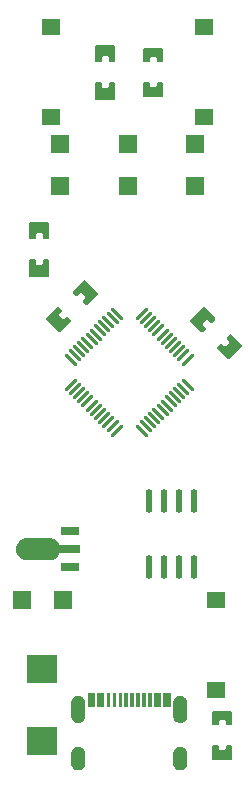
<source format=gtp>
G04 Layer: TopPasteMaskLayer*
G04 EasyEDA v6.5.22, 2023-04-11 13:21:22*
G04 98130e1011dd41a8879dcb9a727c9930,770f52a9c06342aeb7d9f723a0e8078a,10*
G04 Gerber Generator version 0.2*
G04 Scale: 100 percent, Rotated: No, Reflected: No *
G04 Dimensions in inches *
G04 leading zeros omitted , absolute positions ,3 integer and 6 decimal *
%FSLAX36Y36*%
%MOIN*%

%AMMACRO1*1,1,$1,$2,$3*1,1,$1,$4,$5*20,1,$1,$2,$3,$4,$5,0*%
%AMMACRO2*21,1,$1,$2,0,0,$3*%
%ADD10R,0.0591X0.0551*%
%ADD11MACRO1,0.0106X-0.0171X0.0171X0.0171X-0.0171*%
%ADD12MACRO1,0.0106X-0.0171X-0.0171X0.0171X0.0171*%
%ADD13R,0.0591X0.0591*%
%ADD14MACRO2,0.0265X0.062X90.0000*%
%ADD15O,0.022597999999999997X0.080138*%
%ADD16R,0.0984X0.0955*%
%ADD17R,0.0131X0.0955*%

%LPD*%
G36*
X780460Y-2458020D02*
G01*
X776520Y-2461940D01*
X776520Y-2501620D01*
X780460Y-2505560D01*
X794680Y-2505560D01*
X798620Y-2501620D01*
X798620Y-2493320D01*
X802560Y-2489380D01*
X817440Y-2489380D01*
X821380Y-2493320D01*
X821380Y-2501620D01*
X825320Y-2505560D01*
X839539Y-2505560D01*
X843480Y-2501620D01*
X843480Y-2461940D01*
X839539Y-2458020D01*
G37*
G36*
X780460Y-2574440D02*
G01*
X776520Y-2578380D01*
X776520Y-2618060D01*
X780460Y-2621980D01*
X839539Y-2621980D01*
X843480Y-2618060D01*
X843480Y-2578380D01*
X839539Y-2574440D01*
X825320Y-2574440D01*
X821380Y-2578380D01*
X821380Y-2586680D01*
X817440Y-2590620D01*
X802560Y-2590620D01*
X798620Y-2586680D01*
X798620Y-2578380D01*
X794680Y-2574440D01*
G37*
G36*
X389920Y-363459D02*
G01*
X385980Y-367400D01*
X385980Y-418000D01*
X389920Y-421920D01*
X450080Y-421920D01*
X454020Y-418000D01*
X454020Y-367400D01*
X450080Y-363459D01*
X435500Y-363459D01*
X431560Y-367400D01*
X431560Y-379400D01*
X427620Y-383340D01*
X412380Y-383340D01*
X408440Y-379400D01*
X408440Y-367400D01*
X404500Y-363459D01*
G37*
G36*
X389920Y-238080D02*
G01*
X385980Y-242000D01*
X385980Y-292600D01*
X389920Y-296540D01*
X404500Y-296540D01*
X408440Y-292600D01*
X408440Y-280600D01*
X412380Y-276660D01*
X427620Y-276660D01*
X431560Y-280600D01*
X431560Y-292600D01*
X435500Y-296540D01*
X450080Y-296540D01*
X454020Y-292600D01*
X454020Y-242000D01*
X450080Y-238080D01*
G37*
G36*
X169920Y-953460D02*
G01*
X165980Y-957400D01*
X165980Y-1008000D01*
X169920Y-1011919D01*
X230080Y-1011919D01*
X234020Y-1008000D01*
X234020Y-957400D01*
X230080Y-953460D01*
X215500Y-953460D01*
X211560Y-957400D01*
X211560Y-969400D01*
X207620Y-973340D01*
X192380Y-973340D01*
X188440Y-969400D01*
X188440Y-957400D01*
X184500Y-953460D01*
G37*
G36*
X169920Y-828080D02*
G01*
X165980Y-832000D01*
X165980Y-882600D01*
X169920Y-886540D01*
X184500Y-886540D01*
X188440Y-882600D01*
X188440Y-870600D01*
X192380Y-866660D01*
X207620Y-866660D01*
X211560Y-870600D01*
X211560Y-882600D01*
X215500Y-886540D01*
X230080Y-886540D01*
X234020Y-882600D01*
X234020Y-832000D01*
X230080Y-828080D01*
G37*
G36*
X550460Y-364440D02*
G01*
X546520Y-368380D01*
X546520Y-408060D01*
X550460Y-411980D01*
X609540Y-411980D01*
X613480Y-408060D01*
X613480Y-368380D01*
X609540Y-364440D01*
X595320Y-364440D01*
X591380Y-368380D01*
X591380Y-376680D01*
X587440Y-380620D01*
X572560Y-380620D01*
X568620Y-376680D01*
X568620Y-368380D01*
X564680Y-364440D01*
G37*
G36*
X550460Y-248020D02*
G01*
X546520Y-251940D01*
X546520Y-291620D01*
X550460Y-295560D01*
X564680Y-295560D01*
X568620Y-291620D01*
X568620Y-283320D01*
X572560Y-279380D01*
X587440Y-279380D01*
X591380Y-283320D01*
X591380Y-291620D01*
X595320Y-295560D01*
X609540Y-295560D01*
X613480Y-291620D01*
X613480Y-251940D01*
X609540Y-248020D01*
G37*
G36*
X362220Y-2400100D02*
G01*
X362220Y-2445380D01*
X385860Y-2445380D01*
X385860Y-2400100D01*
G37*
G36*
X393720Y-2400100D02*
G01*
X393720Y-2445380D01*
X417340Y-2445380D01*
X417340Y-2400100D01*
G37*
G36*
X425220Y-2399980D02*
G01*
X425220Y-2445180D01*
X437020Y-2445180D01*
X437020Y-2399980D01*
G37*
G36*
X444900Y-2399920D02*
G01*
X444900Y-2445200D01*
X456719Y-2445200D01*
X456719Y-2399920D01*
G37*
G36*
X464580Y-2400020D02*
G01*
X464580Y-2445280D01*
X476400Y-2445280D01*
X476400Y-2400020D01*
G37*
G36*
X484280Y-2399940D02*
G01*
X484280Y-2445220D01*
X496079Y-2445220D01*
X496079Y-2399940D01*
G37*
G36*
X503960Y-2400000D02*
G01*
X503960Y-2445280D01*
X515780Y-2445280D01*
X515780Y-2400000D01*
G37*
G36*
X523640Y-2399940D02*
G01*
X523640Y-2445220D01*
X535460Y-2445220D01*
X535460Y-2399940D01*
G37*
G36*
X543340Y-2399980D02*
G01*
X543340Y-2445180D01*
X555140Y-2445180D01*
X555140Y-2399980D01*
G37*
G36*
X563020Y-2399940D02*
G01*
X563020Y-2445220D01*
X574820Y-2445220D01*
X574820Y-2399940D01*
G37*
G36*
X582700Y-2399940D02*
G01*
X582700Y-2445220D01*
X606320Y-2445220D01*
X606320Y-2399940D01*
G37*
G36*
X614200Y-2399940D02*
G01*
X614200Y-2445220D01*
X637820Y-2445220D01*
X637820Y-2399940D01*
G37*
G36*
X669400Y-2408800D02*
G01*
X666600Y-2409060D01*
X663880Y-2409640D01*
X662540Y-2410040D01*
X659940Y-2411100D01*
X657480Y-2412440D01*
X655220Y-2414080D01*
X653139Y-2415960D01*
X651320Y-2418080D01*
X649760Y-2420400D01*
X648480Y-2422900D01*
X647500Y-2425520D01*
X646840Y-2428240D01*
X646520Y-2431020D01*
X646480Y-2475720D01*
X646640Y-2478520D01*
X647140Y-2481280D01*
X647960Y-2483960D01*
X649080Y-2486520D01*
X650500Y-2488920D01*
X652200Y-2491140D01*
X654160Y-2493160D01*
X656320Y-2494920D01*
X658700Y-2496420D01*
X661220Y-2497620D01*
X663880Y-2498520D01*
X666600Y-2499080D01*
X669400Y-2499340D01*
X672200Y-2499260D01*
X674960Y-2498840D01*
X676320Y-2498520D01*
X678980Y-2497620D01*
X681500Y-2496420D01*
X683860Y-2494920D01*
X686040Y-2493160D01*
X688000Y-2491140D01*
X689680Y-2488920D01*
X691120Y-2486520D01*
X692240Y-2483960D01*
X693060Y-2481280D01*
X693560Y-2478520D01*
X693720Y-2475720D01*
X693680Y-2431020D01*
X693560Y-2429620D01*
X693060Y-2426880D01*
X692240Y-2424200D01*
X691120Y-2421640D01*
X689680Y-2419220D01*
X688000Y-2417000D01*
X686040Y-2415000D01*
X683860Y-2413220D01*
X681500Y-2411740D01*
X678980Y-2410540D01*
X677660Y-2410040D01*
X674960Y-2409300D01*
X672200Y-2408900D01*
G37*
G36*
X669400Y-2578100D02*
G01*
X666600Y-2578340D01*
X663880Y-2578920D01*
X662540Y-2579320D01*
X659940Y-2580380D01*
X657480Y-2581720D01*
X655220Y-2583360D01*
X653139Y-2585260D01*
X651320Y-2587380D01*
X650500Y-2588500D01*
X649080Y-2590920D01*
X647960Y-2593480D01*
X647500Y-2594800D01*
X646840Y-2597520D01*
X646520Y-2600299D01*
X646480Y-2633200D01*
X646640Y-2636000D01*
X646840Y-2637380D01*
X647500Y-2640100D01*
X648480Y-2642720D01*
X649760Y-2645220D01*
X651320Y-2647540D01*
X653139Y-2649660D01*
X655220Y-2651540D01*
X657480Y-2653180D01*
X659940Y-2654520D01*
X662540Y-2655580D01*
X665240Y-2656320D01*
X668000Y-2656720D01*
X670800Y-2656820D01*
X673580Y-2656560D01*
X674960Y-2656320D01*
X677660Y-2655580D01*
X680260Y-2654520D01*
X682700Y-2653180D01*
X684980Y-2651540D01*
X687039Y-2649660D01*
X688880Y-2647540D01*
X690440Y-2645220D01*
X691720Y-2642720D01*
X692680Y-2640100D01*
X693340Y-2637380D01*
X693560Y-2636000D01*
X693720Y-2633200D01*
X693680Y-2600299D01*
X693340Y-2597520D01*
X692680Y-2594800D01*
X691720Y-2592180D01*
X690440Y-2589700D01*
X688880Y-2587380D01*
X688000Y-2586280D01*
X686040Y-2584280D01*
X683860Y-2582520D01*
X682700Y-2581720D01*
X680260Y-2580380D01*
X677660Y-2579320D01*
X674960Y-2578580D01*
X672200Y-2578180D01*
G37*
G36*
X329240Y-2408800D02*
G01*
X326460Y-2409060D01*
X325080Y-2409300D01*
X322380Y-2410040D01*
X319780Y-2411100D01*
X317340Y-2412440D01*
X315060Y-2414080D01*
X313000Y-2415960D01*
X311160Y-2418080D01*
X309600Y-2420400D01*
X308320Y-2422900D01*
X307360Y-2425520D01*
X306700Y-2428240D01*
X306480Y-2429620D01*
X306320Y-2432420D01*
X306360Y-2477120D01*
X306480Y-2478520D01*
X306980Y-2481280D01*
X307800Y-2483960D01*
X308920Y-2486520D01*
X310360Y-2488920D01*
X311160Y-2490060D01*
X313000Y-2492180D01*
X315060Y-2494060D01*
X317340Y-2495700D01*
X319780Y-2497060D01*
X322380Y-2498100D01*
X323720Y-2498520D01*
X326460Y-2499080D01*
X327840Y-2499260D01*
X330640Y-2499340D01*
X333440Y-2499080D01*
X336180Y-2498520D01*
X338820Y-2497620D01*
X341340Y-2496420D01*
X343720Y-2494920D01*
X345880Y-2493160D01*
X347840Y-2491140D01*
X349540Y-2488920D01*
X350959Y-2486520D01*
X352080Y-2483960D01*
X352900Y-2481280D01*
X353400Y-2478520D01*
X353560Y-2475720D01*
X353519Y-2431020D01*
X353200Y-2428240D01*
X352540Y-2425520D01*
X351560Y-2422900D01*
X350280Y-2420400D01*
X348720Y-2418080D01*
X346900Y-2415960D01*
X344820Y-2414080D01*
X342560Y-2412440D01*
X340100Y-2411100D01*
X337500Y-2410040D01*
X334799Y-2409300D01*
X332040Y-2408900D01*
G37*
G36*
X329240Y-2578100D02*
G01*
X326460Y-2578340D01*
X325080Y-2578580D01*
X322380Y-2579320D01*
X319780Y-2580380D01*
X317340Y-2581720D01*
X315060Y-2583360D01*
X313000Y-2585260D01*
X311160Y-2587380D01*
X309600Y-2589700D01*
X308320Y-2592180D01*
X307360Y-2594800D01*
X306700Y-2597520D01*
X306360Y-2600299D01*
X306320Y-2633200D01*
X306480Y-2636000D01*
X306980Y-2638740D01*
X307800Y-2641420D01*
X308920Y-2643980D01*
X310360Y-2646400D01*
X311160Y-2647540D01*
X313000Y-2649660D01*
X315060Y-2651540D01*
X317340Y-2653180D01*
X319780Y-2654520D01*
X322380Y-2655580D01*
X325080Y-2656320D01*
X327840Y-2656720D01*
X330640Y-2656820D01*
X333440Y-2656560D01*
X336180Y-2655980D01*
X338820Y-2655080D01*
X341340Y-2653880D01*
X343720Y-2652400D01*
X345880Y-2650620D01*
X346900Y-2649660D01*
X348720Y-2647540D01*
X350280Y-2645220D01*
X351560Y-2642720D01*
X352540Y-2640100D01*
X353200Y-2637380D01*
X353519Y-2634600D01*
X353560Y-2601700D01*
X353400Y-2598920D01*
X353200Y-2597520D01*
X352540Y-2594800D01*
X351560Y-2592180D01*
X350280Y-2589700D01*
X349540Y-2588500D01*
X347840Y-2586280D01*
X345880Y-2584280D01*
X343720Y-2582520D01*
X342560Y-2581720D01*
X340100Y-2580380D01*
X337500Y-2579320D01*
X334799Y-2578580D01*
X332040Y-2578180D01*
G37*
G36*
X348160Y-1023720D02*
G01*
X312400Y-1059500D01*
X312400Y-1065060D01*
X322700Y-1075380D01*
X328280Y-1075380D01*
X336760Y-1066880D01*
X342320Y-1066880D01*
X353120Y-1077680D01*
X353120Y-1083240D01*
X344620Y-1091720D01*
X344620Y-1097300D01*
X354940Y-1107600D01*
X360500Y-1107600D01*
X396280Y-1071840D01*
X396280Y-1066260D01*
X353740Y-1023720D01*
G37*
G36*
X259500Y-1112400D02*
G01*
X223720Y-1148160D01*
X223720Y-1153740D01*
X266260Y-1196280D01*
X271840Y-1196280D01*
X307600Y-1160500D01*
X307600Y-1154940D01*
X297300Y-1144620D01*
X291720Y-1144620D01*
X283240Y-1153120D01*
X277680Y-1153120D01*
X266880Y-1142320D01*
X266880Y-1136760D01*
X275380Y-1128280D01*
X275380Y-1122700D01*
X265060Y-1112400D01*
G37*
G36*
X834940Y-1202400D02*
G01*
X824620Y-1212700D01*
X824620Y-1218280D01*
X833120Y-1226760D01*
X833120Y-1232320D01*
X822320Y-1243120D01*
X816760Y-1243120D01*
X808280Y-1234620D01*
X802700Y-1234620D01*
X792400Y-1244940D01*
X792400Y-1250500D01*
X828160Y-1286279D01*
X833740Y-1286279D01*
X876280Y-1243740D01*
X876280Y-1238160D01*
X840500Y-1202400D01*
G37*
G36*
X746260Y-1113720D02*
G01*
X703720Y-1156260D01*
X703720Y-1161840D01*
X739500Y-1197600D01*
X745060Y-1197600D01*
X755380Y-1187300D01*
X755380Y-1181720D01*
X746880Y-1173240D01*
X746880Y-1167680D01*
X757680Y-1156880D01*
X763240Y-1156880D01*
X771720Y-1165380D01*
X777300Y-1165380D01*
X787600Y-1155060D01*
X787600Y-1149500D01*
X751840Y-1113720D01*
G37*
D10*
G01*
X790000Y-2389600D03*
G01*
X790000Y-2090399D03*
G01*
X750000Y-479600D03*
G01*
X750000Y-180399D03*
D11*
G01*
X458250Y-1135130D03*
G01*
X444320Y-1149049D03*
G01*
X430409Y-1162970D03*
G01*
X416479Y-1176890D03*
G01*
X402569Y-1190809D03*
G01*
X388650Y-1204730D03*
G01*
X374730Y-1218650D03*
G01*
X360809Y-1232569D03*
G01*
X346890Y-1246479D03*
G01*
X332970Y-1260409D03*
G01*
X319049Y-1274320D03*
G01*
X305130Y-1288250D03*
D12*
G01*
X305130Y-1371760D03*
G01*
X319049Y-1385679D03*
G01*
X332970Y-1399590D03*
G01*
X346890Y-1413520D03*
G01*
X360809Y-1427430D03*
G01*
X374730Y-1441359D03*
G01*
X388650Y-1455269D03*
G01*
X402569Y-1469190D03*
G01*
X416479Y-1483109D03*
G01*
X430409Y-1497029D03*
G01*
X444320Y-1510950D03*
G01*
X458250Y-1524869D03*
D11*
G01*
X541760Y-1524869D03*
G01*
X555679Y-1510950D03*
G01*
X569590Y-1497029D03*
G01*
X583520Y-1483109D03*
G01*
X597430Y-1469190D03*
G01*
X611359Y-1455269D03*
G01*
X625269Y-1441359D03*
G01*
X639190Y-1427430D03*
G01*
X653109Y-1413520D03*
G01*
X667029Y-1399590D03*
G01*
X680950Y-1385679D03*
G01*
X694869Y-1371760D03*
D12*
G01*
X694869Y-1288250D03*
G01*
X680950Y-1274320D03*
G01*
X667029Y-1260409D03*
G01*
X653109Y-1246479D03*
G01*
X639190Y-1232569D03*
G01*
X625269Y-1218650D03*
G01*
X611359Y-1204730D03*
G01*
X597430Y-1190809D03*
G01*
X583520Y-1176890D03*
G01*
X569590Y-1162970D03*
G01*
X555679Y-1149049D03*
G01*
X541760Y-1135130D03*
D10*
G01*
X240000Y-180399D03*
G01*
X240000Y-479600D03*
D13*
G01*
X720000Y-708899D03*
G01*
X720000Y-571100D03*
G01*
X495000Y-708899D03*
G01*
X495000Y-571100D03*
G01*
X270000Y-708899D03*
G01*
X270000Y-571100D03*
G01*
X278899Y-2090000D03*
G01*
X141100Y-2090000D03*
D14*
G01*
X303397Y-1979049D03*
G01*
X303397Y-1860940D03*
G36*
X160109Y-1882604D02*
G01*
X233110Y-1882604D01*
X234863Y-1882647D01*
X236612Y-1882770D01*
X238353Y-1882975D01*
X240084Y-1883261D01*
X241799Y-1883629D01*
X243494Y-1884076D01*
X245167Y-1884601D01*
X246813Y-1885205D01*
X248429Y-1885886D01*
X250012Y-1886642D01*
X251557Y-1887471D01*
X253061Y-1888371D01*
X254522Y-1889342D01*
X255936Y-1890378D01*
X257300Y-1891480D01*
X258611Y-1892647D01*
X259865Y-1893872D01*
X261060Y-1895154D01*
X262195Y-1896491D01*
X263265Y-1897880D01*
X264268Y-1899319D01*
X265203Y-1900801D01*
X266069Y-1902328D01*
X266862Y-1903891D01*
X267579Y-1907013D01*
X334403Y-1907013D01*
X334403Y-1932997D01*
X267579Y-1932997D01*
X266862Y-1936122D01*
X266069Y-1937685D01*
X265203Y-1939211D01*
X264268Y-1940695D01*
X263265Y-1942133D01*
X262195Y-1943521D01*
X261060Y-1944859D01*
X259865Y-1946141D01*
X258611Y-1947366D01*
X257300Y-1948533D01*
X255936Y-1949634D01*
X254522Y-1950671D01*
X253061Y-1951642D01*
X251557Y-1952543D01*
X250012Y-1953371D01*
X248429Y-1954126D01*
X246813Y-1954807D01*
X245167Y-1955412D01*
X243494Y-1955938D01*
X241799Y-1956384D01*
X240084Y-1956752D01*
X238353Y-1957038D01*
X236612Y-1957244D01*
X234863Y-1957366D01*
X233110Y-1957408D01*
X160109Y-1957408D01*
X158357Y-1957366D01*
X156608Y-1957244D01*
X154866Y-1957038D01*
X153135Y-1956752D01*
X151421Y-1956384D01*
X149726Y-1955938D01*
X148053Y-1955412D01*
X146406Y-1954807D01*
X144790Y-1954126D01*
X143207Y-1953371D01*
X141662Y-1952543D01*
X140158Y-1951642D01*
X138697Y-1950671D01*
X137283Y-1949634D01*
X135920Y-1948533D01*
X134609Y-1947366D01*
X133354Y-1946141D01*
X132159Y-1944859D01*
X131024Y-1943521D01*
X129954Y-1942133D01*
X128951Y-1940695D01*
X128015Y-1939211D01*
X127150Y-1937685D01*
X126358Y-1936122D01*
X125639Y-1934522D01*
X124996Y-1932890D01*
X124432Y-1931230D01*
X123945Y-1929546D01*
X123537Y-1927840D01*
X123210Y-1926118D01*
X122964Y-1924380D01*
X122800Y-1922634D01*
X122719Y-1920884D01*
X122719Y-1919130D01*
X122800Y-1917379D01*
X122964Y-1915632D01*
X123210Y-1913896D01*
X123537Y-1912174D01*
X123945Y-1910468D01*
X124432Y-1908782D01*
X124996Y-1907123D01*
X125639Y-1905491D01*
X126358Y-1903891D01*
X127150Y-1902328D01*
X128015Y-1900801D01*
X128951Y-1899319D01*
X129954Y-1897880D01*
X131024Y-1896491D01*
X132159Y-1895154D01*
X133354Y-1893872D01*
X134609Y-1892647D01*
X135920Y-1891480D01*
X137283Y-1890378D01*
X138697Y-1889342D01*
X140158Y-1888371D01*
X141662Y-1887471D01*
X143207Y-1886642D01*
X144790Y-1885886D01*
X146406Y-1885205D01*
X148053Y-1884601D01*
X149726Y-1884076D01*
X151421Y-1883629D01*
X153135Y-1883261D01*
X154866Y-1882975D01*
X156608Y-1882770D01*
X158357Y-1882647D01*
G37*
D15*
G01*
X565000Y-1978969D03*
G01*
X615000Y-1978969D03*
G01*
X665000Y-1978969D03*
G01*
X715000Y-1978969D03*
G01*
X565000Y-1761030D03*
G01*
X615000Y-1761030D03*
G01*
X665000Y-1761030D03*
G01*
X715000Y-1761030D03*
D16*
G01*
X210000Y-2559000D03*
G01*
X210000Y-2320999D03*
M02*

</source>
